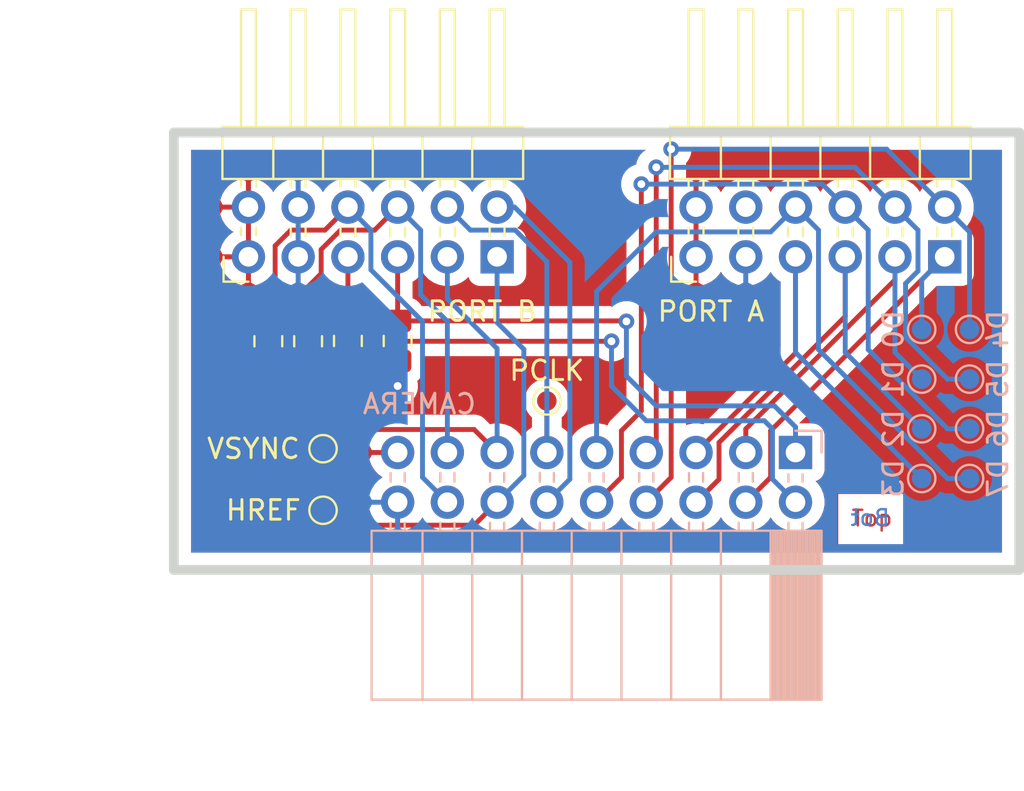
<source format=kicad_pcb>
(kicad_pcb (version 20221018) (generator pcbnew)
  (title_block (title "OV7670-Pmod") (date "2021-03-07") (rev "1.2") (company "https://www.kampis-elektroecke.de") (comment 4 "Author: Daniel Kampert"))
  (layers (0 "F.Cu" signal) (31 "B.Cu" signal) (34 "B.Paste" user) (35 "F.Paste" user) (36 "B.SilkS" user "B.Silkscreen") (37 "F.SilkS" user "F.Silkscreen") (38 "B.Mask" user) (39 "F.Mask" user) (44 "Edge.Cuts" user))
  (net 0 "")
  (net 1 "GND")
  (net 2 "/SIOC")
  (net 3 "+3V3")
  (net 4 "/SIDO")
  (net 5 "/~{RESET}")
  (net 6 "/HREF")
  (net 7 "/VSYNC")
  (net 8 "/XCLK")
  (net 9 "/PCLK")
  (net 10 "/D6")
  (net 11 "/D7")
  (net 12 "/D4")
  (net 13 "/D5")
  (net 14 "/D2")
  (net 15 "/D3")
  (net 16 "/D0")
  (net 17 "/D1")
  (net 18 "/PWDWN")
  (footprint "Resistor_SMD:R_0805_2012Metric_Pad1.15x1.40mm_HandSolder" (layer "F.Cu") (at 144.43 93.3 -90)
    (fp_text reference "R1" hide)
    (fp_text value "10k" hide)
    (fp_line (start -0.261252 -0.71) (end 0.261252 -0.71) (stroke (width 0.12)) (layer "F.SilkS"))
    (fp_line (start -0.261252 0.71) (end 0.261252 0.71) (stroke (width 0.12)) (layer "F.SilkS"))
    (pad "1" smd roundrect (at -1.025 0 270) (size 1.15 1.4) (layers "F.Cu" "F.Paste" "F.Mask") (roundrect_rratio 0.2173904348) (net 5 "/~{RESET}"))
    (pad "2" smd roundrect (at 1.025 0 270) (size 1.15 1.4) (layers "F.Cu" "F.Paste" "F.Mask") (roundrect_rratio 0.2173904348) (net 1 "GND"))
  )
  (footprint "TestPoint:TestPoint_Pad_D1.0mm" (layer "F.Cu") (at 140.62 98.806 180)
    (fp_text reference "TP4" hide)
    (fp_text value "VSYNC" (at 3.556 0 180) (layer "F.SilkS"))
    (fp_circle (center 0 0) (end 0 0.7) (stroke (width 0.12)) (fill none) (layer "F.SilkS"))
    (pad "1" smd circle (at 0 0 180) (size 1 1) (layers "F.Cu" "F.Mask") (net 7 "/VSYNC"))
  )
  (footprint "TestPoint:TestPoint_Pad_D1.0mm" (layer "F.Cu") (at 152.05 96.364 180)
    (fp_text reference "TP2" hide)
    (fp_text value "PCLK" (at 0 1.55 180) (layer "F.SilkS"))
    (fp_circle (center 0 0) (end 0 0.7) (stroke (width 0.12)) (fill none) (layer "F.SilkS"))
    (pad "1" smd circle (at 0 0 180) (size 1 1) (layers "F.Cu" "F.Mask") (net 9 "/PCLK"))
  )
  (footprint "TestPoint:TestPoint_Pad_D1.0mm" (layer "F.Cu") (at 140.62 101.952 180)
    (fp_text reference "TP3" hide)
    (fp_text value "HREF" (at 3.048 0 180) (layer "F.SilkS"))
    (fp_circle (center 0 0) (end 0 0.7) (stroke (width 0.12)) (fill none) (layer "F.SilkS"))
    (pad "1" smd circle (at 0 0 180) (size 1 1) (layers "F.Cu" "F.Mask") (net 6 "/HREF"))
  )
  (footprint "Digilent:Pmod-Header-2x06" (layer "F.Cu") (at 143.16 87.73 -90)
    (fp_text reference "X2")
    (fp_text value "PORT B" (at 4.062 -5.588 180) (layer "F.SilkS"))
    (fp_line (start -11.37 -6.73) (end -5.37 -6.73) (stroke (width 0.12)) (layer "F.SilkS"))
    (fp_line (start -11.37 -5.97) (end -11.37 -6.73) (stroke (width 0.12)) (layer "F.SilkS"))
    (fp_line (start -11.37 -4.19) (end -5.37 -4.19) (stroke (width 0.12)) (layer "F.SilkS"))
    (fp_line (start -11.37 -3.43) (end -11.37 -4.19) (stroke (width 0.12)) (layer "F.SilkS"))
    (fp_line (start -11.37 -1.65) (end -5.37 -1.65) (stroke (width 0.12)) (layer "F.SilkS"))
    (fp_line (start -11.37 -0.89) (end -11.37 -1.65) (stroke (width 0.12)) (layer "F.SilkS"))
    (fp_line (start -11.37 0.89) (end -5.37 0.89) (stroke (width 0.12)) (layer "F.SilkS"))
    (fp_line (start -11.37 1.65) (end -11.37 0.89) (stroke (width 0.12)) (layer "F.SilkS"))
    (fp_line (start -11.37 3.43) (end -5.37 3.43) (stroke (width 0.12)) (layer "F.SilkS"))
    (fp_line (start -11.37 4.19) (end -11.37 3.43) (stroke (width 0.12)) (layer "F.SilkS"))
    (fp_line (start -11.37 5.97) (end -5.37 5.97) (stroke (width 0.12)) (layer "F.SilkS"))
    (fp_line (start -11.37 6.73) (end -11.37 5.97) (stroke (width 0.12)) (layer "F.SilkS"))
    (fp_line (start -5.37 -7.68) (end -5.37 7.68) (stroke (width 0.12)) (layer "F.SilkS"))
    (fp_line (start -5.37 -5.97) (end -11.37 -5.97) (stroke (width 0.12)) (layer "F.SilkS"))
    (fp_line (start -5.37 -3.43) (end -11.37 -3.43) (stroke (width 0.12)) (layer "F.SilkS"))
    (fp_line (start -5.37 -0.89) (end -11.37 -0.89) (stroke (width 0.12)) (layer "F.SilkS"))
    (fp_line (start -5.37 1.65) (end -11.37 1.65) (stroke (width 0.12)) (layer "F.SilkS"))
    (fp_line (start -5.37 4.19) (end -11.37 4.19) (stroke (width 0.12)) (layer "F.SilkS"))
    (fp_line (start -5.37 6.73) (end -11.37 6.73) (stroke (width 0.12)) (layer "F.SilkS"))
    (fp_line (start -5.37 7.68) (end -2.71 7.68) (stroke (width 0.12)) (layer "F.SilkS"))
    (fp_line (start -2.71 -7.68) (end -5.37 -7.68) (stroke (width 0.12)) (layer "F.SilkS"))
    (fp_line (start -2.71 -5.08) (end -5.37 -5.08) (stroke (width 0.12)) (layer "F.SilkS"))
    (fp_line (start -2.71 -2.54) (end -5.37 -2.54) (stroke (width 0.12)) (layer "F.SilkS"))
    (fp_line (start -2.71 0) (end -5.37 0) (stroke (width 0.12)) (layer "F.SilkS"))
    (fp_line (start -2.71 2.54) (end -5.37 2.54) (stroke (width 0.12)) (layer "F.SilkS"))
    (fp_line (start -2.71 5.08) (end -5.37 5.08) (stroke (width 0.12)) (layer "F.SilkS"))
    (fp_line (start -2.71 7.68) (end -2.71 -7.68) (stroke (width 0.12)) (layer "F.SilkS"))
    (fp_line (start -2.312929 -6.73) (end -2.71 -6.73) (stroke (width 0.12)) (layer "F.SilkS"))
    (fp_line (start -2.312929 -5.97) (end -2.71 -5.97) (stroke (width 0.12)) (layer "F.SilkS"))
    (fp_line (start -2.312929 -4.19) (end -2.71 -4.19) (stroke (width 0.12)) (layer "F.SilkS"))
    (fp_line (start -2.312929 -3.43) (end -2.71 -3.43) (stroke (width 0.12)) (layer "F.SilkS"))
    (fp_line (start -2.312929 -1.65) (end -2.71 -1.65) (stroke (width 0.12)) (layer "F.SilkS"))
    (fp_line (start -2.312929 -0.89) (end -2.71 -0.89) (stroke (width 0.12)) (layer "F.SilkS"))
    (fp_line (start -2.312929 0.89) (end -2.71 0.89) (stroke (width 0.12)) (layer "F.SilkS"))
    (fp_line (start -2.312929 1.65) (end -2.71 1.65) (stroke (width 0.12)) (layer "F.SilkS"))
    (fp_line (start -2.312929 3.43) (end -2.71 3.43) (stroke (width 0.12)) (layer "F.SilkS"))
    (fp_line (start -2.312929 4.19) (end -2.71 4.19) (stroke (width 0.12)) (layer "F.SilkS"))
    (fp_line (start -2.312929 5.97) (end -2.71 5.97) (stroke (width 0.12)) (layer "F.SilkS"))
    (fp_line (start -2.312929 6.73) (end -2.71 6.73) (stroke (width 0.12)) (layer "F.SilkS"))
    (fp_line (start 0.16 5.97) (end -0.227071 5.97) (stroke (width 0.12)) (layer "F.SilkS"))
    (fp_line (start 0.16 6.73) (end -0.227071 6.73) (stroke (width 0.12)) (layer "F.SilkS"))
    (fp_line (start 0.227071 -6.73) (end -0.227071 -6.73) (stroke (width 0.12)) (layer "F.SilkS"))
    (fp_line (start 0.227071 -5.97) (end -0.227071 -5.97) (stroke (width 0.12)) (layer "F.SilkS"))
    (fp_line (start 0.227071 -4.19) (end -0.227071 -4.19) (stroke (width 0.12)) (layer "F.SilkS"))
    (fp_line (start 0.227071 -3.43) (end -0.227071 -3.43) (stroke (width 0.12)) (layer "F.SilkS"))
    (fp_line (start 0.227071 -1.65) (end -0.227071 -1.65) (stroke (width 0.12)) (layer "F.SilkS"))
    (fp_line (start 0.227071 -0.89) (end -0.227071 -0.89) (stroke (width 0.12)) (layer "F.SilkS"))
    (fp_line (start 0.227071 0.89) (end -0.227071 0.89) (stroke (width 0.12)) (layer "F.SilkS"))
    (fp_line (start 0.227071 1.65) (end -0.227071 1.65) (stroke (width 0.12)) (layer "F.SilkS"))
    (fp_line (start 0.227071 3.43) (end -0.227071 3.43) (stroke (width 0.12)) (layer "F.SilkS"))
    (fp_line (start 0.227071 4.19) (end -0.227071 4.19) (stroke (width 0.12)) (layer "F.SilkS"))
    (fp_line (start 2.54 6.35) (end 2.54 7.62) (stroke (width 0.12)) (layer "F.SilkS"))
    (fp_line (start 2.54 7.62) (end 1.27 7.62) (stroke (width 0.12)) (layer "F.SilkS"))
    (pad "1" thru_hole rect (at 1.27 -6.35 90) (size 1.7 1.7) (drill 1) (layers "*.Cu" "*.Mask") (net 6 "/HREF"))
    (pad "2" thru_hole oval (at 1.27 -3.81 90) (size 1.7 1.7) (drill 1) (layers "*.Cu" "*.Mask") (net 7 "/VSYNC"))
    (pad "3" thru_hole oval (at 1.27 -1.27 90) (size 1.7 1.7) (drill 1) (layers "*.Cu" "*.Mask") (net 5 "/~{RESET}"))
    (pad "4" thru_hole oval (at 1.27 1.27 90) (size 1.7 1.7) (drill 1) (layers "*.Cu" "*.Mask") (net 18 "/PWDWN"))
    (pad "5" thru_hole oval (at 1.27 3.81 90) (size 1.7 1.7) (drill 1) (layers "*.Cu" "*.Mask") (net 1 "GND"))
    (pad "6" thru_hole oval (at 1.27 6.35 90) (size 1.7 1.7) (drill 1) (layers "*.Cu" "*.Mask") (net 3 "+3V3"))
    (pad "7" thru_hole oval (at -1.27 -6.35 90) (size 1.7 1.7) (drill 1) (layers "*.Cu" "*.Mask") (net 8 "/XCLK"))
    (pad "8" thru_hole oval (at -1.27 -3.81 90) (size 1.7 1.7) (drill 1) (layers "*.Cu" "*.Mask") (net 9 "/PCLK"))
    (pad "9" thru_hole oval (at -1.27 -1.27 90) (size 1.7 1.7) (drill 1) (layers "*.Cu" "*.Mask") (net 2 "/SIOC"))
    (pad "10" thru_hole oval (at -1.27 1.27 90) (size 1.7 1.7) (drill 1) (layers "*.Cu" "*.Mask") (net 4 "/SIDO"))
    (pad "11" thru_hole oval (at -1.27 3.81 90) (size 1.7 1.7) (drill 1) (layers "*.Cu" "*.Mask") (net 1 "GND"))
    (pad "12" thru_hole oval (at -1.27 6.35 90) (size 1.7 1.7) (drill 1) (layers "*.Cu" "*.Mask") (net 3 "+3V3"))
  )
  (footprint "Digilent:Pmod-Header-2x06" (layer "F.Cu") (at 166.02 87.73 -90)
    (fp_text reference "X1")
    (fp_text value "PORT A" (at 4.062 5.588 180) (layer "F.SilkS"))
    (fp_line (start -11.37 -6.73) (end -5.37 -6.73) (stroke (width 0.12)) (layer "F.SilkS"))
    (fp_line (start -11.37 -5.97) (end -11.37 -6.73) (stroke (width 0.12)) (layer "F.SilkS"))
    (fp_line (start -11.37 -4.19) (end -5.37 -4.19) (stroke (width 0.12)) (layer "F.SilkS"))
    (fp_line (start -11.37 -3.43) (end -11.37 -4.19) (stroke (width 0.12)) (layer "F.SilkS"))
    (fp_line (start -11.37 -1.65) (end -5.37 -1.65) (stroke (width 0.12)) (layer "F.SilkS"))
    (fp_line (start -11.37 -0.89) (end -11.37 -1.65) (stroke (width 0.12)) (layer "F.SilkS"))
    (fp_line (start -11.37 0.89) (end -5.37 0.89) (stroke (width 0.12)) (layer "F.SilkS"))
    (fp_line (start -11.37 1.65) (end -11.37 0.89) (stroke (width 0.12)) (layer "F.SilkS"))
    (fp_line (start -11.37 3.43) (end -5.37 3.43) (stroke (width 0.12)) (layer "F.SilkS"))
    (fp_line (start -11.37 4.19) (end -11.37 3.43) (stroke (width 0.12)) (layer "F.SilkS"))
    (fp_line (start -11.37 5.97) (end -5.37 5.97) (stroke (width 0.12)) (layer "F.SilkS"))
    (fp_line (start -11.37 6.73) (end -11.37 5.97) (stroke (width 0.12)) (layer "F.SilkS"))
    (fp_line (start -5.37 -7.68) (end -5.37 7.68) (stroke (width 0.12)) (layer "F.SilkS"))
    (fp_line (start -5.37 -5.97) (end -11.37 -5.97) (stroke (width 0.12)) (layer "F.SilkS"))
    (fp_line (start -5.37 -3.43) (end -11.37 -3.43) (stroke (width 0.12)) (layer "F.SilkS"))
    (fp_line (start -5.37 -0.89) (end -11.37 -0.89) (stroke (width 0.12)) (layer "F.SilkS"))
    (fp_line (start -5.37 1.65) (end -11.37 1.65) (stroke (width 0.12)) (layer "F.SilkS"))
    (fp_line (start -5.37 4.19) (end -11.37 4.19) (stroke (width 0.12)) (layer "F.SilkS"))
    (fp_line (start -5.37 6.73) (end -11.37 6.73) (stroke (width 0.12)) (layer "F.SilkS"))
    (fp_line (start -5.37 7.68) (end -2.71 7.68) (stroke (width 0.12)) (layer "F.SilkS"))
    (fp_line (start -2.71 -7.68) (end -5.37 -7.68) (stroke (width 0.12)) (layer "F.SilkS"))
    (fp_line (start -2.71 -5.08) (end -5.37 -5.08) (stroke (width 0.12)) (layer "F.SilkS"))
    (fp_line (start -2.71 -2.54) (end -5.37 -2.54) (stroke (width 0.12)) (layer "F.SilkS"))
    (fp_line (start -2.71 0) (end -5.37 0) (stroke (width 0.12)) (layer "F.SilkS"))
    (fp_line (start -2.71 2.54) (end -5.37 2.54) (stroke (width 0.12)) (layer "F.SilkS"))
    (fp_line (start -2.71 5.08) (end -5.37 5.08) (stroke (width 0.12)) (layer "F.SilkS"))
    (fp_line (start -2.71 7.68) (end -2.71 -7.68) (stroke (width 0.12)) (layer "F.SilkS"))
    (fp_line (start -2.312929 -6.73) (end -2.71 -6.73) (stroke (width 0.12)) (layer "F.SilkS"))
    (fp_line (start -2.312929 -5.97) (end -2.71 -5.97) (stroke (width 0.12)) (layer "F.SilkS"))
    (fp_line (start -2.312929 -4.19) (end -2.71 -4.19) (stroke (width 0.12)) (layer "F.SilkS"))
    (fp_line (start -2.312929 -3.43) (end -2.71 -3.43) (stroke (width 0.12)) (layer "F.SilkS"))
    (fp_line (start -2.312929 -1.65) (end -2.71 -1.65) (stroke (width 0.12)) (layer "F.SilkS"))
    (fp_line (start -2.312929 -0.89) (end -2.71 -0.89) (stroke (width 0.12)) (layer "F.SilkS"))
    (fp_line (start -2.312929 0.89) (end -2.71 0.89) (stroke (width 0.12)) (layer "F.SilkS"))
    (fp_line (start -2.312929 1.65) (end -2.71 1.65) (stroke (width 0.12)) (layer "F.SilkS"))
    (fp_line (start -2.312929 3.43) (end -2.71 3.43) (stroke (width 0.12)) (layer "F.SilkS"))
    (fp_line (start -2.312929 4.19) (end -2.71 4.19) (stroke (width 0.12)) (layer "F.SilkS"))
    (fp_line (start -2.312929 5.97) (end -2.71 5.97) (stroke (width 0.12)) (layer "F.SilkS"))
    (fp_line (start -2.312929 6.73) (end -2.71 6.73) (stroke (width 0.12)) (layer "F.SilkS"))
    (fp_line (start 0.16 5.97) (end -0.227071 5.97) (stroke (width 0.12)) (layer "F.SilkS"))
    (fp_line (start 0.16 6.73) (end -0.227071 6.73) (stroke (width 0.12)) (layer "F.SilkS"))
    (fp_line (start 0.227071 -6.73) (end -0.227071 -6.73) (stroke (width 0.12)) (layer "F.SilkS"))
    (fp_line (start 0.227071 -5.97) (end -0.227071 -5.97) (stroke (width 0.12)) (layer "F.SilkS"))
    (fp_line (start 0.227071 -4.19) (end -0.227071 -4.19) (stroke (width 0.12)) (layer "F.SilkS"))
    (fp_line (start 0.227071 -3.43) (end -0.227071 -3.43) (stroke (width 0.12)) (layer "F.SilkS"))
    (fp_line (start 0.227071 -1.65) (end -0.227071 -1.65) (stroke (width 0.12)) (layer "F.SilkS"))
    (fp_line (start 0.227071 -0.89) (end -0.227071 -0.89) (stroke (width 0.12)) (layer "F.SilkS"))
    (fp_line (start 0.227071 0.89) (end -0.227071 0.89) (stroke (width 0.12)) (layer "F.SilkS"))
    (fp_line (start 0.227071 1.65) (end -0.227071 1.65) (stroke (width 0.12)) (layer "F.SilkS"))
    (fp_line (start 0.227071 3.43) (end -0.227071 3.43) (stroke (width 0.12)) (layer "F.SilkS"))
    (fp_line (start 0.227071 4.19) (end -0.227071 4.19) (stroke (width 0.12)) (layer "F.SilkS"))
    (fp_line (start 2.54 6.35) (end 2.54 7.62) (stroke (width 0.12)) (layer "F.SilkS"))
    (fp_line (start 2.54 7.62) (end 1.27 7.62) (stroke (width 0.12)) (layer "F.SilkS"))
    (pad "1" thru_hole rect locked (at 1.27 -6.35 90) (size 1.7 1.7) (drill 1) (layers "*.Cu" "*.Mask") (net 16 "/D0"))
    (pad "2" thru_hole oval locked (at 1.27 -3.81 90) (size 1.7 1.7) (drill 1) (layers "*.Cu" "*.Mask") (net 17 "/D1"))
    (pad "3" thru_hole oval locked (at 1.27 -1.27 90) (size 1.7 1.7) (drill 1) (layers "*.Cu" "*.Mask") (net 14 "/D2"))
    (pad "4" thru_hole oval locked (at 1.27 1.27 90) (size 1.7 1.7) (drill 1) (layers "*.Cu" "*.Mask") (net 15 "/D3"))
    (pad "5" thru_hole oval locked (at 1.27 3.81 90) (size 1.7 1.7) (drill 1) (layers "*.Cu" "*.Mask") (net 1 "GND"))
    (pad "6" thru_hole oval locked (at 1.27 6.35 90) (size 1.7 1.7) (drill 1) (layers "*.Cu" "*.Mask") (net 3 "+3V3"))
    (pad "7" thru_hole oval locked (at -1.27 -6.35 90) (size 1.7 1.7) (drill 1) (layers "*.Cu" "*.Mask") (net 12 "/D4"))
    (pad "8" thru_hole oval locked (at -1.27 -3.81 90) (size 1.7 1.7) (drill 1) (layers "*.Cu" "*.Mask") (net 13 "/D5"))
    (pad "9" thru_hole oval locked (at -1.27 -1.27 90) (size 1.7 1.7) (drill 1) (layers "*.Cu" "*.Mask") (net 10 "/D6"))
    (pad "10" thru_hole oval locked (at -1.27 1.27 90) (size 1.7 1.7) (drill 1) (layers "*.Cu" "*.Mask") (net 11 "/D7"))
    (pad "11" thru_hole oval locked (at -1.27 3.81 90) (size 1.7 1.7) (drill 1) (layers "*.Cu" "*.Mask") (net 1 "GND"))
    (pad "12" thru_hole oval locked (at -1.27 6.35 90) (size 1.7 1.7) (drill 1) (layers "*.Cu" "*.Mask") (net 3 "+3V3"))
  )
  (footprint "Resistor_SMD:R_0805_2012Metric_Pad1.15x1.40mm_HandSolder" (layer "F.Cu") (at 137.826 93.316 90)
    (fp_text reference "R3" hide)
    (fp_text value "3k3" hide)
    (fp_line (start -0.261252 -0.71) (end 0.261252 -0.71) (stroke (width 0.12)) (layer "F.SilkS"))
    (fp_line (start -0.261252 0.71) (end 0.261252 0.71) (stroke (width 0.12)) (layer "F.SilkS"))
    (pad "1" smd roundrect (at -1.025 0 90) (size 1.15 1.4) (layers "F.Cu" "F.Paste" "F.Mask") (roundrect_rratio 0.2173904348) (net 3 "+3V3"))
    (pad "2" smd roundrect (at 1.025 0 90) (size 1.15 1.4) (layers "F.Cu" "F.Paste" "F.Mask") (roundrect_rratio 0.2173904348) (net 4 "/SIDO"))
  )
  (footprint "Resistor_SMD:R_0805_2012Metric_Pad1.15x1.40mm_HandSolder" (layer "F.Cu") (at 139.858 93.316 90)
    (fp_text reference "R2" hide)
    (fp_text value "3k3" hide)
    (fp_line (start -0.261252 -0.71) (end 0.261252 -0.71) (stroke (width 0.12)) (layer "F.SilkS"))
    (fp_line (start -0.261252 0.71) (end 0.261252 0.71) (stroke (width 0.12)) (layer "F.SilkS"))
    (pad "1" smd roundrect (at -1.025 0 90) (size 1.15 1.4) (layers "F.Cu" "F.Paste" "F.Mask") (roundrect_rratio 0.2173904348) (net 3 "+3V3"))
    (pad "2" smd roundrect (at 1.025 0 90) (size 1.15 1.4) (layers "F.Cu" "F.Paste" "F.Mask") (roundrect_rratio 0.2173904348) (net 2 "/SIOC"))
  )
  (footprint "Resistor_SMD:R_0805_2012Metric_Pad1.15x1.40mm_HandSolder" (layer "F.Cu") (at 141.89 93.3 90)
    (fp_text reference "R4" hide)
    (fp_text value "10k" hide)
    (fp_line (start -0.261252 -0.71) (end 0.261252 -0.71) (stroke (width 0.12)) (layer "F.SilkS"))
    (fp_line (start -0.261252 0.71) (end 0.261252 0.71) (stroke (width 0.12)) (layer "F.SilkS"))
    (pad "1" smd roundrect (at -1.025 0 90) (size 1.15 1.4) (layers "F.Cu" "F.Paste" "F.Mask") (roundrect_rratio 0.2173904348) (net 3 "+3V3"))
    (pad "2" smd roundrect (at 1.025 0 90) (size 1.15 1.4) (layers "F.Cu" "F.Paste" "F.Mask") (roundrect_rratio 0.2173904348) (net 18 "/PWDWN"))
  )
  (footprint "Connector_PinSocket_2.54mm:PinSocket_2x09_P2.54mm_Horizontal" (layer "B.Cu") (at 164.75 99 90)
    (fp_text reference "X3" hide)
    (fp_text value "CAMERA" (at 2.48 -19.208 180) (layer "B.SilkS") (effects (justify mirror)))
    (fp_line (start -12.63 -21.65) (end -4 -21.65) (stroke (width 0.12)) (layer "B.SilkS"))
    (fp_line (start -12.63 -19.05) (end -4 -19.05) (stroke (width 0.12)) (layer "B.SilkS"))
    (fp_line (start -12.63 -16.51) (end -4 -16.51) (stroke (width 0.12)) (layer "B.SilkS"))
    (fp_line (start -12.63 -13.97) (end -4 -13.97) (stroke (width 0.12)) (layer "B.SilkS"))
    (fp_line (start -12.63 -11.43) (end -4 -11.43) (stroke (width 0.12)) (layer "B.SilkS"))
    (fp_line (start -12.63 -8.89) (end -4 -8.89) (stroke (width 0.12)) (layer "B.SilkS"))
    (fp_line (start -12.63 -6.35) (end -4 -6.35) (stroke (width 0.12)) (layer "B.SilkS"))
    (fp_line (start -12.63 -3.81) (end -4 -3.81) (stroke (width 0.12)) (layer "B.SilkS"))
    (fp_line (start -12.63 -1.27) (end -4 -1.27) (stroke (width 0.12)) (layer "B.SilkS"))
    (fp_line (start -12.63 -1.1519) (end -4 -1.1519) (stroke (width 0.12)) (layer "B.SilkS"))
    (fp_line (start -12.63 -1.033805) (end -4 -1.033805) (stroke (width 0.12)) (layer "B.SilkS"))
    (fp_line (start -12.63 -0.91571) (end -4 -0.91571) (stroke (width 0.12)) (layer "B.SilkS"))
    (fp_line (start -12.63 -0.797615) (end -4 -0.797615) (stroke (width 0.12)) (layer "B.SilkS"))
    (fp_line (start -12.63 -0.67952) (end -4 -0.67952) (stroke (width 0.12)) (layer "B.SilkS"))
    (fp_line (start -12.63 -0.561425) (end -4 -0.561425) (stroke (width 0.12)) (layer "B.SilkS"))
    (fp_line (start -12.63 -0.44333) (end -4 -0.44333) (stroke (width 0.12)) (layer "B.SilkS"))
    (fp_line (start -12.63 -0.325235) (end -4 -0.325235) (stroke (width 0.12)) (layer "B.SilkS"))
    (fp_line (start -12.63 -0.20714) (end -4 -0.20714) (stroke (width 0.12)) (layer "B.SilkS"))
    (fp_line (start -12.63 -0.089045) (end -4 -0.089045) (stroke (width 0.12)) (layer "B.SilkS"))
    (fp_line (start -12.63 0.02905) (end -4 0.02905) (stroke (width 0.12)) (layer "B.SilkS"))
    (fp_line (start -12.63 0.147145) (end -4 0.147145) (stroke (width 0.12)) (layer "B.SilkS"))
    (fp_line (start -12.63 0.26524) (end -4 0.26524) (stroke (width 0.12)) (layer "B.SilkS"))
    (fp_line (start -12.63 0.383335) (end -4 0.383335) (stroke (width 0.12)) (layer "B.SilkS"))
    (fp_line (start -12.63 0.50143) (end -4 0.50143) (stroke (width 0.12)) (layer "B.SilkS"))
    (fp_line (start -12.63 0.619525) (end -4 0.619525) (stroke (width 0.12)) (layer "B.SilkS"))
    (fp_line (start -12.63 0.73762) (end -4 0.73762) (stroke (width 0.12)) (layer "B.SilkS"))
    (fp_line (start -12.63 0.855715) (end -4 0.855715) (stroke (width 0.12)) (layer "B.SilkS"))
    (fp_line (start -12.63 0.97381) (end -4 0.97381) (stroke (width 0.12)) (layer "B.SilkS"))
    (fp_line (start -12.63 1.091905) (end -4 1.091905) (stroke (width 0.12)) (layer "B.SilkS"))
    (fp_line (start -12.63 1.21) (end -4 1.21) (stroke (width 0.12)) (layer "B.SilkS"))
    (fp_line (start -12.63 1.33) (end -12.63 -21.65) (stroke (width 0.12)) (layer "B.SilkS"))
    (fp_line (start -12.63 1.33) (end -4 1.33) (stroke (width 0.12)) (layer "B.SilkS"))
    (fp_line (start -4 -20.68) (end -3.59 -20.68) (stroke (width 0.12)) (layer "B.SilkS"))
    (fp_line (start -4 -19.96) (end -3.59 -19.96) (stroke (width 0.12)) (layer "B.SilkS"))
    (fp_line (start -4 -18.14) (end -3.59 -18.14) (stroke (width 0.12)) (layer "B.SilkS"))
    (fp_line (start -4 -17.42) (end -3.59 -17.42) (stroke (width 0.12)) (layer "B.SilkS"))
    (fp_line (start -4 -15.6) (end -3.59 -15.6) (stroke (width 0.12)) (layer "B.SilkS"))
    (fp_line (start -4 -14.88) (end -3.59 -14.88) (stroke (width 0.12)) (layer "B.SilkS"))
    (fp_line (start -4 -13.06) (end -3.59 -13.06) (stroke (width 0.12)) (layer "B.SilkS"))
    (fp_line (start -4 -12.34) (end -3.59 -12.34) (stroke (width 0.12)) (layer "B.SilkS"))
    (fp_line (start -4 -10.52) (end -3.59 -10.52) (stroke (width 0.12)) (layer "B.SilkS"))
    (fp_line (start -4 -9.8) (end -3.59 -9.8) (stroke (width 0.12)) (layer "B.SilkS"))
    (fp_line (start -4 -7.98) (end -3.59 -7.98) (stroke (width 0.12)) (layer "B.SilkS"))
    (fp_line (start -4 -7.26) (end -3.59 -7.26) (stroke (width 0.12)) (layer "B.SilkS"))
    (fp_line (start -4 -5.44) (end -3.59 -5.44) (stroke (width 0.12)) (layer "B.SilkS"))
    (fp_line (start -4 -4.72) (end -3.59 -4.72) (stroke (width 0.12)) (layer "B.SilkS"))
    (fp_line (start -4 -2.9) (end -3.59 -2.9) (stroke (width 0.12)) (layer "B.SilkS"))
    (fp_line (start -4 -2.18) (end -3.59 -2.18) (stroke (width 0.12)) (layer "B.SilkS"))
    (fp_line (start -4 -0.36) (end -3.59 -0.36) (stroke (width 0.12)) (layer "B.SilkS"))
    (fp_line (start -4 0.36) (end -3.59 0.36) (stroke (width 0.12)) (layer "B.SilkS"))
    (fp_line (start -4 1.33) (end -4 -21.65) (stroke (width 0.12)) (layer "B.SilkS"))
    (fp_line (start -1.49 -20.68) (end -1.05 -20.68) (stroke (width 0.12)) (layer "B.SilkS"))
    (fp_line (start -1.49 -19.96) (end -1.05 -19.96) (stroke (width 0.12)) (layer "B.SilkS"))
    (fp_line (start -1.49 -18.14) (end -1.05 -18.14) (stroke (width 0.12)) (layer "B.SilkS"))
    (fp_line (start -1.49 -17.42) (end -1.05 -17.42) (stroke (width 0.12)) (layer "B.SilkS"))
    (fp_line (start -1.49 -15.6) (end -1.05 -15.6) (stroke (width 0.12)) (layer "B.SilkS"))
    (fp_line (start -1.49 -14.88) (end -1.05 -14.88) (stroke (width 0.12)) (layer "B.SilkS"))
    (fp_line (start -1.49 -13.06) (end -1.05 -13.06) (stroke (width 0.12)) (layer "B.SilkS"))
    (fp_line (start -1.49 -12.34) (end -1.05 -12.34) (stroke (width 0.12)) (layer "B.SilkS"))
    (fp_line (start -1.49 -10.52) (end -1.05 -10.52) (stroke (width 0.12)) (layer "B.SilkS"))
    (fp_line (start -1.49 -9.8) (end -1.05 -9.8) (stroke (width 0.12)) (layer "B.SilkS"))
    (fp_line (start -1.49 -7.98) (end -1.05 -7.98) (stroke (width 0.12)) (layer "B.SilkS"))
    (fp_line (start -1.49 -7.26) (end -1.05 -7.26) (stroke (width 0.12)) (layer "B.SilkS"))
    (fp_line (start -1.49 -5.44) (end -1.05 -5.44) (stroke (width 0.12)) (layer "B.SilkS"))
    (fp_line (start -1.49 -4.72) (end -1.05 -4.72) (stroke (width 0.12)) (layer "B.SilkS"))
    (fp_line (start -1.49 -2.9) (end -1.05 -2.9) (stroke (width 0.12)) (layer "B.SilkS"))
    (fp_line (start -1.49 -2.18) (end -1.05 -2.18) (stroke (width 0.12)) (layer "B.SilkS"))
    (fp_line (start -1.49 -0.36) (end -1.11 -0.36) (stroke (width 0.12)) (layer "B.SilkS"))
    (fp_line (start -1.49 0.36) (end -1.11 0.36) (stroke (width 0.12)) (layer "B.SilkS"))
    (fp_line (start 0 1.33) (end 1.11 1.33) (stroke (width 0.12)) (layer "B.SilkS"))
    (fp_line (start 1.11 1.33) (end 1.11 0) (stroke (width 0.12)) (layer "B.SilkS"))
    (pad "1" thru_hole rect locked (at 0 0 90) (size 1.7 1.7) (drill 1) (layers "*.Cu" "*.Mask") (net 5 "/~{RESET}"))
    (pad "2" thru_hole oval locked (at -2.54 0 90) (size 1.7 1.7) (drill 1) (layers "*.Cu" "*.Mask") (net 18 "/PWDWN"))
    (pad "3" thru_hole oval locked (at 0 -2.54 90) (size 1.7 1.7) (drill 1) (layers "*.Cu" "*.Mask") (net 17 "/D1"))
    (pad "4" thru_hole oval locked (at -2.54 -2.54 90) (size 1.7 1.7) (drill 1) (layers "*.Cu" "*.Mask") (net 16 "/D0"))
    (pad "5" thru_hole oval locked (at 0 -5.08 90) (size 1.7 1.7) (drill 1) (layers "*.Cu" "*.Mask") (net 15 "/D3"))
    (pad "6" thru_hole oval locked (at -2.54 -5.08 90) (size 1.7 1.7) (drill 1) (layers "*.Cu" "*.Mask") (net 14 "/D2"))
    (pad "7" thru_hole oval locked (at 0 -7.62 90) (size 1.7 1.7) (drill 1) (layers "*.Cu" "*.Mask") (net 13 "/D5"))
    (pad "8" thru_hole oval locked (at -2.54 -7.62 90) (size 1.7 1.7) (drill 1) (layers "*.Cu" "*.Mask") (net 12 "/D4"))
    (pad "9" thru_hole oval locked (at 0 -10.16 90) (size 1.7 1.7) (drill 1) (layers "*.Cu" "*.Mask") (net 11 "/D7"))
    (pad "10" thru_hole oval locked (at -2.54 -10.16 90) (size 1.7 1.7) (drill 1) (layers "*.Cu" "*.Mask") (net 10 "/D6"))
    (pad "11" thru_hole oval locked (at 0 -12.7 90) (size 1.7 1.7) (drill 1) (layers "*.Cu" "*.Mask") (net 9 "/PCLK"))
    (pad "12" thru_hole oval locked (at -2.54 -12.7 90) (size 1.7 1.7) (drill 1) (layers "*.Cu" "*.Mask") (net 8 "/XCLK"))
    (pad "13" thru_hole oval locked (at 0 -15.24 90) (size 1.7 1.7) (drill 1) (layers "*.Cu" "*.Mask") (net 7 "/VSYNC"))
    (pad "14" thru_hole oval locked (at -2.54 -15.24 90) (size 1.7 1.7) (drill 1) (layers "*.Cu" "*.Mask") (net 6 "/HREF"))
    (pad "15" thru_hole oval locked (at 0 -17.78 90) (size 1.7 1.7) (drill 1) (layers "*.Cu" "*.Mask") (net 2 "/SIOC"))
    (pad "16" thru_hole oval locked (at -2.54 -17.78 90) (size 1.7 1.7) (drill 1) (layers "*.Cu" "*.Mask") (net 4 "/SIDO"))
    (pad "17" thru_hole oval locked (at 0 -20.32 90) (size 1.7 1.7) (drill 1) (layers "*.Cu" "*.Mask") (net 3 "+3V3"))
    (pad "18" thru_hole oval locked (at -2.54 -20.32 90) (size 1.7 1.7) (drill 1) (layers "*.Cu" "*.Mask") (net 1 "GND"))
  )
  (footprint "TestPoint:TestPoint_Pad_D1.0mm" (layer "B.Cu") (at 171.196 95.25 -90)
    (fp_text reference "D1" (at 0 1.448 90) (layer "B.SilkS") (effects (justify mirror)))
    (fp_text value "~")
    (fp_circle (center 0 0) (end 0 -0.7) (stroke (width 0.12)) (fill none) (layer "B.SilkS"))
    (pad "1" smd circle (at 0 0 270) (size 1 1) (layers "B.Cu" "B.Mask") (net 17 "/D1"))
  )
  (footprint "TestPoint:TestPoint_Pad_D1.0mm" (layer "B.Cu") (at 171.196 100.33 -90)
    (fp_text reference "D3" (at 0 1.448 90) (layer "B.SilkS") (effects (justify mirror)))
    (fp_text value "~")
    (fp_circle (center 0 0) (end 0 -0.7) (stroke (width 0.12)) (fill none) (layer "B.SilkS"))
    (pad "1" smd circle (at 0 0 270) (size 1 1) (layers "B.Cu" "B.Mask") (net 15 "/D3"))
  )
  (footprint "TestPoint:TestPoint_Pad_D1.0mm" (layer "B.Cu") (at 173.64 95.25 90)
    (fp_text reference "D5" (at 0 1.448 90) (layer "B.SilkS") (effects (justify mirror)))
    (fp_text value "~")
    (fp_circle (center 0 0) (end 0 -0.7) (stroke (width 0.12)) (fill none) (layer "B.SilkS"))
    (pad "1" smd circle (at 0 0 90) (size 1 1) (layers "B.Cu" "B.Mask") (net 13 "/D5"))
  )
  (footprint "TestPoint:TestPoint_Pad_D1.0mm" (layer "B.Cu") (at 173.64 100.33 90)
    (fp_text reference "D7" (at 0 1.448 90) (layer "B.SilkS") (effects (justify mirror)))
    (fp_text value "~")
    (fp_circle (center 0 0) (end 0 -0.7) (stroke (width 0.12)) (fill none) (layer "B.SilkS"))
    (pad "1" smd circle (at 0 0 90) (size 1 1) (layers "B.Cu" "B.Mask") (net 11 "/D7"))
  )
  (footprint "TestPoint:TestPoint_Pad_D1.0mm" (layer "B.Cu") (at 173.64 97.79 90)
    (fp_text reference "D6" (at 0 1.448 90) (layer "B.SilkS") (effects (justify mirror)))
    (fp_text value "~")
    (fp_circle (center 0 0) (end 0 -0.7) (stroke (width 0.12)) (fill none) (layer "B.SilkS"))
    (pad "1" smd circle (at 0 0 90) (size 1 1) (layers "B.Cu" "B.Mask") (net 10 "/D6"))
  )
  (footprint "TestPoint:TestPoint_Pad_D1.0mm" (layer "B.Cu") (at 173.64 92.71 90)
    (fp_text reference "D4" (at 0 1.448 90) (layer "B.SilkS") (effects (justify mirror)))
    (fp_text value "~")
    (fp_circle (center 0 0) (end 0 -0.7) (stroke (width 0.12)) (fill none) (layer "B.SilkS"))
    (pad "1" smd circle (at 0 0 90) (size 1 1) (layers "B.Cu" "B.Mask") (net 12 "/D4"))
  )
  (footprint "TestPoint:TestPoint_Pad_D1.0mm" (layer "B.Cu") (at 171.196 92.71 -90)
    (fp_text reference "D0" (at 0 1.448 90) (layer "B.SilkS") (effects (justify mirror)))
    (fp_text value "~")
    (fp_circle (center 0 0) (end 0 -0.7) (stroke (width 0.12)) (fill none) (layer "B.SilkS"))
    (pad "1" smd circle (at 0 0 270) (size 1 1) (layers "B.Cu" "B.Mask") (net 16 "/D0"))
  )
  (footprint "TestPoint:TestPoint_Pad_D1.0mm" (layer "B.Cu") (at 171.196 97.79 -90)
    (fp_text reference "D2" (at 0 1.448 90) (layer "B.SilkS") (effects (justify mirror)))
    (fp_text value "~")
    (fp_circle (center 0 0) (end 0 -0.7) (stroke (width 0.12)) (fill none) (layer "B.SilkS"))
    (pad "1" smd circle (at 0 0 270) (size 1 1) (layers "B.Cu" "B.Mask") (net 14 "/D2"))
  )
  (gr_line (start 176.18 105) (end 176.18 82.648) (stroke (width 0.5)) (layer "Edge.Cuts"))
  (gr_line (start 133 82.648) (end 176.18 82.648) (stroke (width 0.5)) (layer "Edge.Cuts"))
  (gr_line (start 133 105) (end 176.18 105) (stroke (width 0.5)) (layer "Edge.Cuts"))
  (gr_line (start 133 105) (end 133 82.648) (stroke (width 0.5)) (layer "Edge.Cuts"))
  (gr_text "Top" (at 168.656 102.362) (layer "F.Cu") (effects (font (size 0.8 0.8) (thickness 0.12))))
  (gr_text "1.2" (at 136.144 102.362) (layer "F.Cu") (effects (font (size 0.8 0.8) (thickness 0.13))))
  (gr_text "Bot" (at 168.56 102.333) (layer "B.Cu") (effects (font (size 0.8 0.8) (thickness 0.12)) (justify mirror)))
  (segment (start 144.43 94.325) (end 144.43 95.602) (width 0.4) (layer "F.Cu") (net 1))
  (via (at 144.43 95.602) (size 0.8) (drill 0.4) (layers "F.Cu" "B.Cu") (net 1))
  (segment (start 143.254999 87.635001) (end 144.43 86.46) (width 0.25) (layer "F.Cu") (net 2))
  (segment (start 140.525001 89.854999) (end 140.525001 88.625997) (width 0.25) (layer "F.Cu") (net 2))
  (segment (start 139.858 90.522) (end 140.525001 89.854999) (width 0.25) (layer "F.Cu") (net 2))
  (segment (start 141.515997 87.635001) (end 143.254999 87.635001) (width 0.25) (layer "F.Cu") (net 2))
  (segment (start 140.525001 88.625997) (end 141.515997 87.635001) (width 0.25) (layer "F.Cu") (net 2))
  (segment (start 139.858 92.291) (end 139.858 90.522) (width 0.25) (layer "F.Cu") (net 2))
  (segment (start 146.97 92.3) (end 145.605001 90.935001) (width 0.25) (layer "B.Cu") (net 2))
  (segment (start 145.605001 90.935001) (end 145.605001 87.635001) (width 0.25) (layer "B.Cu") (net 2))
  (segment (start 145.605001 87.635001) (end 144.43 86.46) (width 0.25) (layer "B.Cu") (net 2))
  (segment (start 146.97 99) (end 146.97 92.3) (width 0.25) (layer "B.Cu") (net 2))
  (segment (start 137.826 90.776) (end 138.174999 90.427001) (width 0.25) (layer "F.Cu") (net 4))
  (segment (start 137.826 92.291) (end 137.826 90.776) (width 0.25) (layer "F.Cu") (net 4))
  (segment (start 138.174999 88.435999) (end 138.975997 87.635001) (width 0.25) (layer "F.Cu") (net 4))
  (segment (start 140.714999 87.635001) (end 141.89 86.46) (width 0.25) (layer "F.Cu") (net 4))
  (segment (start 138.174999 90.427001) (end 138.174999 88.435999) (width 0.25) (layer "F.Cu") (net 4))
  (segment (start 138.975997 87.635001) (end 140.714999 87.635001) (width 0.25) (layer "F.Cu") (net 4))
  (segment (start 145.7 92.3) (end 143.065001 89.665001) (width 0.25) (layer "B.Cu") (net 4))
  (segment (start 146.97 101.54) (end 145.7 100.27) (width 0.25) (layer "B.Cu") (net 4))
  (segment (start 145.7 100.27) (end 145.7 92.3) (width 0.25) (layer "B.Cu") (net 4))
  (segment (start 143.065001 87.635001) (end 141.89 86.46) (width 0.25) (layer "B.Cu") (net 4))
  (segment (start 143.065001 89.665001) (end 143.065001 87.635001) (width 0.25) (layer "B.Cu") (net 4))
  (segment (start 144.43 89) (end 144.43 92.275) (width 0.25) (layer "F.Cu") (net 5))
  (segment (start 144.43 92.275) (end 156.089 92.275) (width 0.25) (layer "F.Cu") (net 5))
  (segment (start 156.089 92.275) (end 156.114 92.3) (width 0.25) (layer "F.Cu") (net 5))
  (via (at 156.114 92.3) (size 0.8) (drill 0.4) (layers "F.Cu" "B.Cu") (net 5))
  (segment (start 156.114 95.094) (end 156.114 92.3) (width 0.25) (layer "B.Cu") (net 5))
  (segment (start 164.75 99) (end 164.75 97.694) (width 0.25) (layer "B.Cu") (net 5))
  (segment (start 164.75 97.694) (end 163.674 96.618) (width 0.25) (layer "B.Cu") (net 5))
  (segment (start 163.674 96.618) (end 157.638 96.618) (width 0.25) (layer "B.Cu") (net 5))
  (segment (start 157.638 96.618) (end 156.114 95.094) (width 0.25) (layer "B.Cu") (net 5))
  (segment (start 140.62 101.952) (end 141.383001 102.715001) (width 0.25) (layer "F.Cu") (net 6))
  (segment (start 148.334999 102.715001) (end 149.51 101.54) (width 0.25) (layer "F.Cu") (net 6))
  (segment (start 141.383001 102.715001) (end 148.334999 102.715001) (width 0.25) (layer "F.Cu") (net 6))
  (segment (start 149.51 89) (end 149.51 92.36) (width 0.25) (layer "B.Cu") (net 6))
  (segment (start 150.874999 93.724999) (end 149.51 92.36) (width 0.25) (layer "B.Cu") (net 6))
  (segment (start 149.51 101.54) (end 150.874999 100.175001) (width 0.25) (layer "B.Cu") (net 6))
  (segment (start 150.874999 100.175001) (end 150.874999 93.727001) (width 0.25) (layer "B.Cu") (net 6))
  (segment (start 150.874999 93.727001) (end 150.876 93.726) (width 0.25) (layer "B.Cu") (net 6))
  (segment (start 141.601001 97.824999) (end 140.62 98.806) (width 0.25) (layer "F.Cu") (net 7))
  (segment (start 148.334999 97.824999) (end 149.51 99) (width 0.25) (layer "F.Cu") (net 7))
  (segment (start 148.334999 97.824999) (end 141.601001 97.824999) (width 0.25) (layer "F.Cu") (net 7))
  (segment (start 149.51 93.687002) (end 149.51 99) (width 0.25) (layer "B.Cu") (net 7))
  (segment (start 146.97 89) (end 146.97 91.147002) (width 0.25) (layer "B.Cu") (net 7))
  (segment (start 146.97 91.147002) (end 149.51 93.687002) (width 0.25) (layer "B.Cu") (net 7))
  (segment (start 149.51 86.46) (end 150.401 86.46) (width 0.25) (layer "B.Cu") (net 8))
  (segment (start 153.225001 89.284001) (end 153.225001 100.364999) (width 0.25) (layer "B.Cu") (net 8))
  (segment (start 153.225001 100.364999) (end 152.05 101.54) (width 0.25) (layer "B.Cu") (net 8))
  (segment (start 150.401 86.46) (end 153.225001 89.284001) (width 0.25) (layer "B.Cu") (net 8))
  (segment (start 149.512 86.46) (end 149.51 86.46) (width 0.25) (layer "B.Cu") (net 8))
  (segment (start 152.05 96.364) (end 152.05 99) (width 0.25) (layer "F.Cu") (net 9))
  (segment (start 152.05 89.252) (end 152.05 99) (width 0.25) (layer "B.Cu") (net 9))
  (segment (start 148.145001 87.635001) (end 150.433001 87.635001) (width 0.25) (layer "B.Cu") (net 9))
  (segment (start 146.97 86.46) (end 148.145001 87.635001) (width 0.25) (layer "B.Cu") (net 9))
  (segment (start 150.433001 87.635001) (end 152.05 89.252) (width 0.25) (layer "B.Cu") (net 9))
  (segment (start 156.876 96.872) (end 156.876 85.285005) (width 0.25) (layer "F.Cu") (net 10))
  (segment (start 155.86 97.888) (end 156.876 96.872) (width 0.25) (layer "F.Cu") (net 10))
  (segment (start 154.59 101.54) (end 155.86 100.27) (width 0.25) (layer "F.Cu") (net 10))
  (segment (start 155.86 100.27) (end 155.86 97.888) (width 0.25) (layer "F.Cu") (net 10))
  (via (at 156.876 85.285005) (size 0.8) (drill 0.4) (layers "F.Cu" "B.Cu") (net 10))
  (segment (start 167.29 86.46) (end 166.114995 85.284995) (width 0.25) (layer "B.Cu") (net 10))
  (segment (start 166.114995 85.284995) (end 156.87601 85.284995) (width 0.25) (layer "B.Cu") (net 10))
  (segment (start 168.465001 87.635001) (end 167.29 86.46) (width 0.25) (layer "B.Cu") (net 10))
  (segment (start 156.87601 85.284995) (end 156.876 85.285005) (width 0.25) (layer "B.Cu") (net 10))
  (segment (start 168.465001 93.740003) (end 168.465001 87.635001) (width 0.25) (layer "B.Cu") (net 10))
  (segment (start 173.64 97.79) (end 172.514998 97.79) (width 0.25) (layer "B.Cu") (net 10))
  (segment (start 172.514998 97.79) (end 168.465001 93.740003) (width 0.25) (layer "B.Cu") (net 10))
  (segment (start 172.514998 100.33) (end 165.925001 93.740003) (width 0.25) (layer "B.Cu") (net 11))
  (segment (start 165.925001 87.635001) (end 164.75 86.46) (width 0.25) (layer "B.Cu") (net 11))
  (segment (start 165.925001 93.740003) (end 165.925001 87.635001) (width 0.25) (layer "B.Cu") (net 11))
  (segment (start 163.481962 87.728038) (end 164.75 86.46) (width 0.25) (layer "B.Cu") (net 11))
  (segment (start 154.59 90.776) (end 157.637962 87.728038) (width 0.25) (layer "B.Cu") (net 11))
  (segment (start 173.64 100.33) (end 172.514998 100.33) (width 0.25) (layer "B.Cu") (net 11))
  (segment (start 157.637962 87.728038) (end 163.481962 87.728038) (width 0.25) (layer "B.Cu") (net 11))
  (segment (start 154.59 99) (end 154.59 90.776) (width 0.25) (layer "B.Cu") (net 11))
  (segment (start 158.399956 100.270044) (end 158.399956 83.498002) (width 0.25) (layer "F.Cu") (net 12))
  (segment (start 157.13 101.54) (end 158.399956 100.270044) (width 0.25) (layer "F.Cu") (net 12))
  (via (at 158.399956 83.498002) (size 0.8) (drill 0.4) (layers "F.Cu" "B.Cu") (net 12))
  (segment (start 169.408002 83.498002) (end 158.399956 83.498002) (width 0.25) (layer "B.Cu") (net 12))
  (segment (start 172.37 86.46) (end 173.64 87.73) (width 0.25) (layer "B.Cu") (net 12))
  (segment (start 172.37 86.46) (end 169.408002 83.498002) (width 0.25) (layer "B.Cu") (net 12))
  (segment (start 173.64 87.73) (end 173.64 92.71) (width 0.25) (layer "B.Cu") (net 12))
  (segment (start 157.13 99) (end 157.638 98.492) (width 0.25) (layer "F.Cu") (net 13))
  (segment (start 157.638 98.492) (end 157.638 84.426) (width 0.25) (layer "F.Cu") (net 13))
  (via (at 157.638 84.426) (size 0.8) (drill 0.4) (layers "F.Cu" "B.Cu") (net 13))
  (segment (start 172.514998 95.25) (end 173.64 95.25) (width 0.25) (layer "B.Cu") (net 13))
  (segment (start 167.796 84.426) (end 157.638 84.426) (width 0.25) (layer "B.Cu") (net 13))
  (segment (start 171.005001 87.635001) (end 171.005001 89.728589) (width 0.25) (layer "B.Cu") (net 13))
  (segment (start 170.370999 90.362591) (end 170.370999 93.106001) (width 0.25) (layer "B.Cu") (net 13))
  (segment (start 170.370999 93.106001) (end 172.514998 95.25) (width 0.25) (layer "B.Cu") (net 13))
  (segment (start 169.83 86.46) (end 167.796 84.426) (width 0.25) (layer "B.Cu") (net 13))
  (segment (start 169.83 86.46) (end 171.005001 87.635001) (width 0.25) (layer "B.Cu") (net 13))
  (segment (start 171.005001 89.728589) (end 170.370999 90.362591) (width 0.25) (layer "B.Cu") (net 13))
  (segment (start 160.845001 98.490999) (end 167.29 92.046) (width 0.25) (layer "F.Cu") (net 14))
  (segment (start 167.29 92.046) (end 167.29 89) (width 0.25) (layer "F.Cu") (net 14))
  (segment (start 159.67 101.54) (end 160.845001 100.364999) (width 0.25) (layer "F.Cu") (net 14))
  (segment (start 160.845001 100.364999) (end 160.845001 98.490999) (width 0.25) (layer "F.Cu") (net 14))
  (segment (start 167.29 93.884) (end 167.29 89) (width 0.25) (layer "B.Cu") (net 14))
  (segment (start 171.196 97.79) (end 167.29 93.884) (width 0.25) (layer "B.Cu") (net 14))
  (segment (start 164.75 93.92) (end 164.75 89) (width 0.25) (layer "F.Cu") (net 15))
  (segment (start 159.67 99) (end 164.75 93.92) (width 0.25) (layer "F.Cu") (net 15))
  (segment (start 171.196 100.33) (end 164.75 93.884) (width 0.25) (layer "B.Cu") (net 15))
  (segment (start 164.75 93.884) (end 164.75 89) (width 0.25) (layer "B.Cu") (net 15))
  (segment (start 172.37 88.99941) (end 172.37 88.998) (width 0.25) (layer "F.Cu") (net 16))
  (segment (start 163.48 97.89) (end 172.37 89) (width 0.25) (layer "F.Cu") (net 16))
  (segment (start 163.48 100.27) (end 163.48 97.89) (width 0.25) (layer "F.Cu") (net 16))
  (segment (start 162.21 101.54) (end 163.48 100.27) (width 0.25) (layer "F.Cu") (net 16))
  (segment (start 171.196 90.174) (end 172.37 89) (width 0.25) (layer "B.Cu") (net 16))
  (segment (start 171.196 92.71) (end 171.196 90.174) (width 0.25) (layer "B.Cu") (net 16))
  (segment (start 162.21 99.666) (end 162.21 98.523) (width 0.25) (layer "F.Cu") (net 17))
  (segment (start 169.83 90.177919) (end 169.83 89) (width 0.25) (layer "F.Cu") (net 17))
  (segment (start 162.21 99) (end 162.21 97.797919) (width 0.25) (layer "F.Cu") (net 17))
  (segment (start 162.21 97.797919) (end 169.83 90.177919) (width 0.25) (layer "F.Cu") (net 17))
  (segment (start 169.83 93.884) (end 169.83 89) (width 0.25) (layer "B.Cu") (net 17))
  (segment (start 171.196 95.25) (end 169.83 93.884) (width 0.25) (layer "B.Cu") (net 17))
  (segment (start 141.89 89) (end 141.89 92.275) (width 0.25) (layer "F.Cu") (net 18))
  (segment (start 141.89 92.275) (end 142.931 93.316) (width 0.25) (layer "F.Cu") (net 18))
  (segment (start 142.931 93.316) (end 155.352 93.316) (width 0.25) (layer "F.Cu") (net 18))
  (via (at 155.352 93.316) (size 0.8) (drill 0.4) (layers "F.Cu" "B.Cu") (net 18))
  (segment (start 163.574999 97.793001) (end 163.161998 97.38) (width 0.25) (layer "B.Cu") (net 18))
  (segment (start 155.352 95.602) (end 155.352 93.316) (width 0.25) (layer "B.Cu") (net 18))
  (segment (start 163.574999 100.364999) (end 163.574999 97.793001) (width 0.25) (layer "B.Cu") (net 18))
  (segment (start 157.13 97.38) (end 155.352 95.602) (width 0.25) (layer "B.Cu") (net 18))
  (segment (start 164.75 101.54) (end 163.574999 100.364999) (width 0.25) (layer "B.Cu") (net 18))
  (segment (start 163.161998 97.38) (end 157.13 97.38) (width 0.25) (layer "B.Cu") (net 18))
  (zone (net 3) (net_name "+3V3") (layer "F.Cu") (connect_pads (clearance 0.508)) (min_thickness 0.254) (fill yes (thermal_gap 0.508) (thermal_bridge_width 0.508))
    (polygon (pts (xy 176.18 105) (xy 133 105) (xy 133 82.648) (xy 176.18 82.648)))
  )
  (zone (net 1) (net_name "GND") (layer "B.Cu") (connect_pads (clearance 0.508)) (min_thickness 0.254) (fill yes (thermal_gap 0.508) (thermal_bridge_width 0.508))
    (polygon (pts (xy 176.18 105) (xy 133 105) (xy 133 82.648) (xy 176.18 82.648)))
  )
)
</source>
